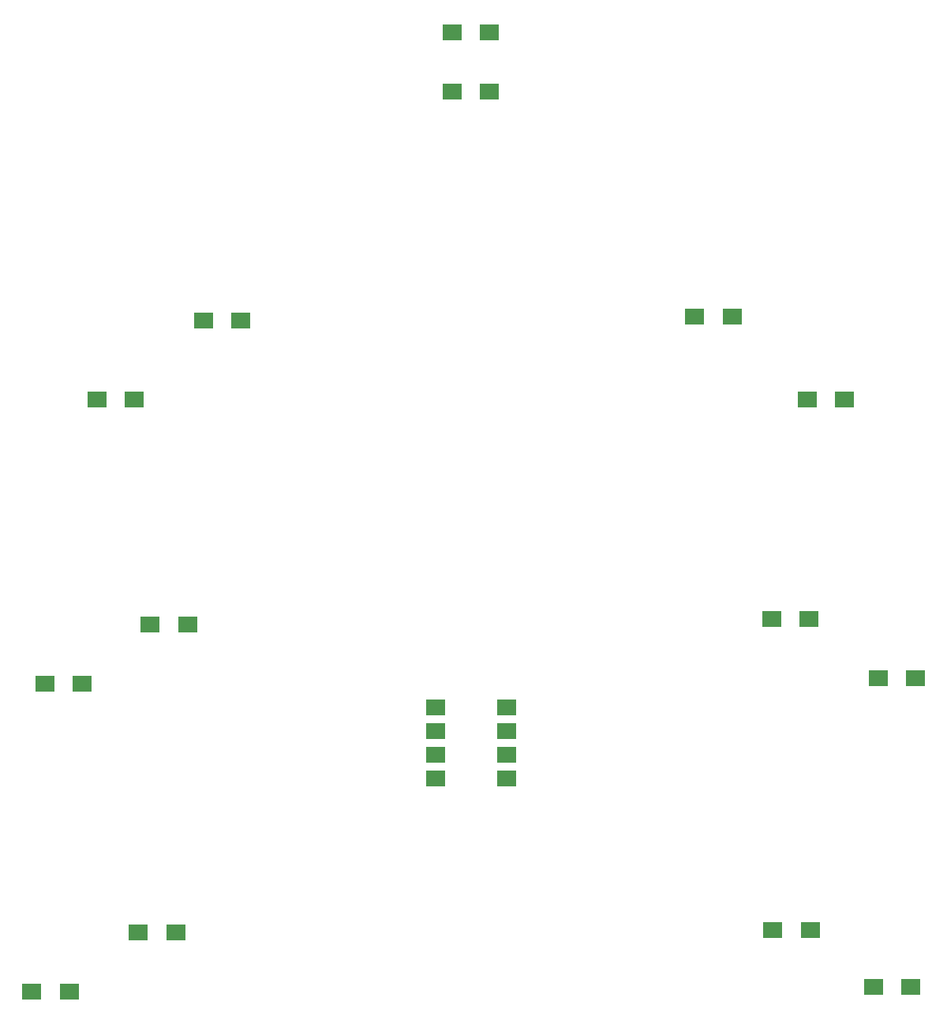
<source format=gbr>
G04 #@! TF.FileFunction,Paste,Top*
%FSLAX46Y46*%
G04 Gerber Fmt 4.6, Leading zero omitted, Abs format (unit mm)*
G04 Created by KiCad (PCBNEW 4.0.6) date Wednesday, September 13, 2017 'PMt' 07:39:43 PM*
%MOMM*%
%LPD*%
G01*
G04 APERTURE LIST*
%ADD10C,0.100000*%
%ADD11R,2.000000X1.700000*%
%ADD12R,2.000000X1.780000*%
G04 APERTURE END LIST*
D10*
D11*
X48165000Y-128270000D03*
X52165000Y-128270000D03*
X138970000Y-94615000D03*
X142970000Y-94615000D03*
X55150000Y-64770000D03*
X59150000Y-64770000D03*
D12*
X91440000Y-97790000D03*
X99060000Y-105410000D03*
X91440000Y-100330000D03*
X99060000Y-102870000D03*
X91440000Y-102870000D03*
X99060000Y-100330000D03*
X91440000Y-105410000D03*
X99060000Y-97790000D03*
D11*
X138462000Y-127762000D03*
X142462000Y-127762000D03*
X49562000Y-95250000D03*
X53562000Y-95250000D03*
X135350000Y-64770000D03*
X131350000Y-64770000D03*
X59595000Y-121920000D03*
X63595000Y-121920000D03*
X131540000Y-88265000D03*
X127540000Y-88265000D03*
X66580000Y-56261000D03*
X70580000Y-56261000D03*
X131667000Y-121666000D03*
X127667000Y-121666000D03*
X60865000Y-88900000D03*
X64865000Y-88900000D03*
X123285000Y-55880000D03*
X119285000Y-55880000D03*
X93250000Y-31750000D03*
X97250000Y-31750000D03*
X93250000Y-25400000D03*
X97250000Y-25400000D03*
M02*

</source>
